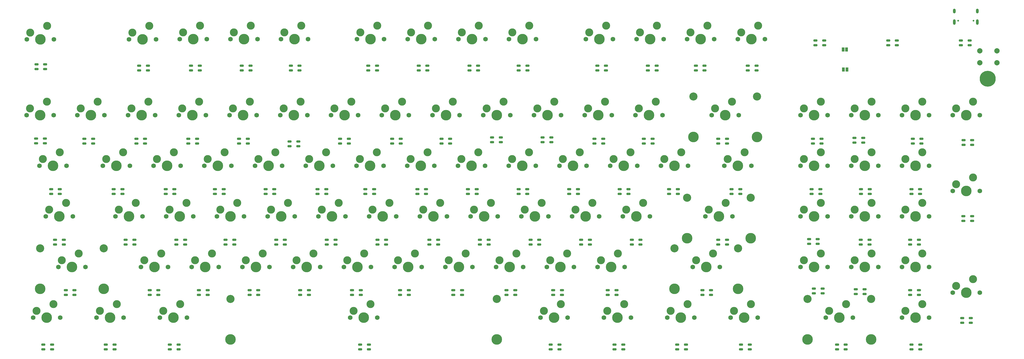
<source format=gbr>
G04 #@! TF.GenerationSoftware,KiCad,Pcbnew,8.0.6*
G04 #@! TF.CreationDate,2024-12-17T20:07:01+11:00*
G04 #@! TF.ProjectId,keyboard,6b657962-6f61-4726-942e-6b696361645f,rev?*
G04 #@! TF.SameCoordinates,Original*
G04 #@! TF.FileFunction,Soldermask,Top*
G04 #@! TF.FilePolarity,Negative*
%FSLAX46Y46*%
G04 Gerber Fmt 4.6, Leading zero omitted, Abs format (unit mm)*
G04 Created by KiCad (PCBNEW 8.0.6) date 2024-12-17 20:07:01*
%MOMM*%
%LPD*%
G01*
G04 APERTURE LIST*
G04 Aperture macros list*
%AMRoundRect*
0 Rectangle with rounded corners*
0 $1 Rounding radius*
0 $2 $3 $4 $5 $6 $7 $8 $9 X,Y pos of 4 corners*
0 Add a 4 corners polygon primitive as box body*
4,1,4,$2,$3,$4,$5,$6,$7,$8,$9,$2,$3,0*
0 Add four circle primitives for the rounded corners*
1,1,$1+$1,$2,$3*
1,1,$1+$1,$4,$5*
1,1,$1+$1,$6,$7*
1,1,$1+$1,$8,$9*
0 Add four rect primitives between the rounded corners*
20,1,$1+$1,$2,$3,$4,$5,0*
20,1,$1+$1,$4,$5,$6,$7,0*
20,1,$1+$1,$6,$7,$8,$9,0*
20,1,$1+$1,$8,$9,$2,$3,0*%
G04 Aperture macros list end*
%ADD10C,6.000000*%
%ADD11C,1.750000*%
%ADD12C,3.000000*%
%ADD13C,3.987800*%
%ADD14RoundRect,0.200000X-0.550000X-0.200000X0.550000X-0.200000X0.550000X0.200000X-0.550000X0.200000X0*%
%ADD15C,3.048000*%
%ADD16R,1.000000X1.500000*%
%ADD17C,2.000000*%
%ADD18C,0.650000*%
%ADD19O,1.000000X1.800000*%
%ADD20O,1.000000X2.100000*%
G04 APERTURE END LIST*
D10*
X388000000Y-47000000D03*
D11*
X141495000Y-60725000D03*
D12*
X142765000Y-58185000D03*
D13*
X146575000Y-60725000D03*
D12*
X149115000Y-55645000D03*
D11*
X151655000Y-60725000D03*
D14*
X97860000Y-88610000D03*
X97860000Y-90390000D03*
X101140000Y-90390000D03*
X101140000Y-88610000D03*
D11*
X160545000Y-60725000D03*
D12*
X161815000Y-58185000D03*
D13*
X165625000Y-60725000D03*
D12*
X168165000Y-55645000D03*
D11*
X170705000Y-60725000D03*
X84345000Y-60725000D03*
D12*
X85615000Y-58185000D03*
D13*
X89425000Y-60725000D03*
D12*
X91965000Y-55645000D03*
D11*
X94505000Y-60725000D03*
X275181706Y-32124520D03*
D12*
X276451706Y-29584520D03*
D13*
X280261706Y-32124520D03*
D12*
X282801706Y-27044520D03*
D11*
X285341706Y-32124520D03*
X317707500Y-79775000D03*
D12*
X318977500Y-77235000D03*
D13*
X322787500Y-79775000D03*
D12*
X325327500Y-74695000D03*
D11*
X327867500Y-79775000D03*
D14*
X41860000Y-126610000D03*
X41860000Y-128390000D03*
X45140000Y-128390000D03*
X45140000Y-126610000D03*
X164360000Y-69610000D03*
X164360000Y-71390000D03*
X167640000Y-71390000D03*
X167640000Y-69610000D03*
D11*
X27195000Y-60725000D03*
D12*
X28465000Y-58185000D03*
D13*
X32275000Y-60725000D03*
D12*
X34815000Y-55645000D03*
D11*
X37355000Y-60725000D03*
D14*
X340410000Y-88610000D03*
X340410000Y-90390000D03*
X343690000Y-90390000D03*
X343690000Y-88610000D03*
D11*
X241507500Y-117875000D03*
D12*
X242777500Y-115335000D03*
D13*
X246587500Y-117875000D03*
D12*
X249127500Y-112795000D03*
D11*
X251667500Y-117875000D03*
D14*
X125910000Y-70610000D03*
X125910000Y-72390000D03*
X129190000Y-72390000D03*
X129190000Y-70610000D03*
X223910000Y-147110000D03*
X223910000Y-148890000D03*
X227190000Y-148890000D03*
X227190000Y-147110000D03*
X207360000Y-126610000D03*
X207360000Y-128390000D03*
X210640000Y-128390000D03*
X210640000Y-126610000D03*
X101860000Y-107610000D03*
X101860000Y-109390000D03*
X105140000Y-109390000D03*
X105140000Y-107610000D03*
D11*
X174832500Y-98825000D03*
D12*
X176102500Y-96285000D03*
D13*
X179912500Y-98825000D03*
D12*
X182452500Y-93745000D03*
D11*
X184992500Y-98825000D03*
D14*
X197360000Y-107610000D03*
X197360000Y-109390000D03*
X200640000Y-109390000D03*
X200640000Y-107610000D03*
D11*
X336757500Y-79775000D03*
D12*
X338027500Y-77235000D03*
D13*
X341837500Y-79775000D03*
D12*
X344377500Y-74695000D03*
D11*
X346917500Y-79775000D03*
D14*
X280860000Y-126610000D03*
X280860000Y-128390000D03*
X284140000Y-128390000D03*
X284140000Y-126610000D03*
D11*
X336757500Y-117875000D03*
D12*
X338027500Y-115335000D03*
D13*
X341837500Y-117875000D03*
D12*
X344377500Y-112795000D03*
D11*
X346917500Y-117875000D03*
D14*
X291860000Y-88610000D03*
X291860000Y-90390000D03*
X295140000Y-90390000D03*
X295140000Y-88610000D03*
D11*
X222457500Y-117875000D03*
D12*
X223727500Y-115335000D03*
D13*
X227537500Y-117875000D03*
D12*
X230077500Y-112795000D03*
D11*
X232617500Y-117875000D03*
X112920000Y-79775000D03*
D12*
X114190000Y-77235000D03*
D13*
X118000000Y-79775000D03*
D12*
X120540000Y-74695000D03*
D11*
X123080000Y-79775000D03*
X65295000Y-60725000D03*
D12*
X66565000Y-58185000D03*
D13*
X70375000Y-60725000D03*
D12*
X72915000Y-55645000D03*
D11*
X75455000Y-60725000D03*
X27250000Y-32205000D03*
D12*
X28520000Y-29665000D03*
D13*
X32330000Y-32205000D03*
D12*
X34870000Y-27125000D03*
D11*
X37410000Y-32205000D03*
D14*
X56910000Y-147110000D03*
X56910000Y-148890000D03*
X60190000Y-148890000D03*
X60190000Y-147110000D03*
D11*
X170070000Y-79775000D03*
D12*
X171340000Y-77235000D03*
D13*
X175150000Y-79775000D03*
D12*
X177690000Y-74695000D03*
D11*
X180230000Y-79775000D03*
D14*
X321860000Y-88610000D03*
X321860000Y-90390000D03*
X325140000Y-90390000D03*
X325140000Y-88610000D03*
D11*
X355807500Y-117875000D03*
D12*
X357077500Y-115335000D03*
D13*
X360887500Y-117875000D03*
D12*
X363427500Y-112795000D03*
D11*
X365967500Y-117875000D03*
X243888750Y-136925000D03*
D12*
X245158750Y-134385000D03*
D13*
X248968750Y-136925000D03*
D12*
X251508750Y-131845000D03*
D11*
X254048750Y-136925000D03*
X237170000Y-32125000D03*
D12*
X238440000Y-29585000D03*
D13*
X242250000Y-32125000D03*
D12*
X244790000Y-27045000D03*
D11*
X247330000Y-32125000D03*
X291513750Y-136925000D03*
D12*
X292783750Y-134385000D03*
D13*
X296593750Y-136925000D03*
D12*
X299133750Y-131845000D03*
D11*
X301673750Y-136925000D03*
X29576250Y-136925000D03*
D12*
X30846250Y-134385000D03*
D13*
X34656250Y-136925000D03*
D12*
X37196250Y-131845000D03*
D11*
X39736250Y-136925000D03*
X217695000Y-60725000D03*
D12*
X218965000Y-58185000D03*
D13*
X222775000Y-60725000D03*
D12*
X225315000Y-55645000D03*
D11*
X227855000Y-60725000D03*
D14*
X201910000Y-69110000D03*
X201910000Y-70890000D03*
X205190000Y-70890000D03*
X205190000Y-69110000D03*
D11*
X336757500Y-98825000D03*
D12*
X338027500Y-96285000D03*
D13*
X341837500Y-98825000D03*
D12*
X344377500Y-93745000D03*
D11*
X346917500Y-98825000D03*
D14*
X220910000Y-69110000D03*
X220910000Y-70890000D03*
X224190000Y-70890000D03*
X224190000Y-69110000D03*
X30720000Y-69500000D03*
X30720000Y-71280000D03*
X34000000Y-71280000D03*
X34000000Y-69500000D03*
X358860000Y-126610000D03*
X358860000Y-128390000D03*
X362140000Y-128390000D03*
X362140000Y-126610000D03*
D11*
X89107500Y-117875000D03*
D12*
X90377500Y-115335000D03*
D13*
X94187500Y-117875000D03*
D12*
X96727500Y-112795000D03*
D11*
X99267500Y-117875000D03*
X117682500Y-98825000D03*
D12*
X118952500Y-96285000D03*
D13*
X122762500Y-98825000D03*
D12*
X125302500Y-93745000D03*
D11*
X127842500Y-98825000D03*
X184357500Y-117875000D03*
D12*
X185627500Y-115335000D03*
D13*
X189437500Y-117875000D03*
D12*
X191977500Y-112795000D03*
D11*
X194517500Y-117875000D03*
X355807500Y-79775000D03*
D12*
X357077500Y-77235000D03*
D13*
X360887500Y-79775000D03*
D12*
X363427500Y-74695000D03*
D11*
X365967500Y-79775000D03*
D14*
X144860000Y-69610000D03*
X144860000Y-71390000D03*
X148140000Y-71390000D03*
X148140000Y-69610000D03*
D11*
X251032500Y-98825000D03*
D12*
X252302500Y-96285000D03*
D13*
X256112500Y-98825000D03*
D12*
X258652500Y-93745000D03*
D11*
X261192500Y-98825000D03*
D14*
X254360000Y-107610000D03*
X254360000Y-109390000D03*
X257640000Y-109390000D03*
X257640000Y-107610000D03*
X320910000Y-107410000D03*
X320910000Y-109190000D03*
X324190000Y-109190000D03*
X324190000Y-107410000D03*
X36360000Y-88610000D03*
X36360000Y-90390000D03*
X39640000Y-90390000D03*
X39640000Y-88610000D03*
X126360000Y-42110000D03*
X126360000Y-43890000D03*
X129640000Y-43890000D03*
X129640000Y-42110000D03*
D11*
X189266209Y-32133694D03*
D12*
X190536209Y-29593694D03*
D13*
X194346209Y-32133694D03*
D12*
X196886209Y-27053694D03*
D11*
X199426209Y-32133694D03*
D14*
X359360000Y-88610000D03*
X359360000Y-90390000D03*
X362640000Y-90390000D03*
X362640000Y-88610000D03*
D15*
X275130750Y-91840000D03*
D13*
X275130750Y-107080000D03*
D11*
X281988750Y-98825000D03*
D12*
X283258750Y-96285000D03*
D13*
X287068750Y-98825000D03*
D12*
X289608750Y-93745000D03*
D11*
X292148750Y-98825000D03*
D15*
X299006750Y-91840000D03*
D13*
X299006750Y-107080000D03*
D14*
X378410000Y-137110000D03*
X378410000Y-138890000D03*
X381690000Y-138890000D03*
X381690000Y-137110000D03*
X79360000Y-88610000D03*
X79360000Y-90390000D03*
X82640000Y-90390000D03*
X82640000Y-88610000D03*
D11*
X255795000Y-60725000D03*
D12*
X257065000Y-58185000D03*
D13*
X260875000Y-60725000D03*
D12*
X263415000Y-55645000D03*
D11*
X265955000Y-60725000D03*
D14*
X340360000Y-107610000D03*
X340360000Y-109390000D03*
X343640000Y-109390000D03*
X343640000Y-107610000D03*
D11*
X208266209Y-32133694D03*
D12*
X209536209Y-29593694D03*
D13*
X213346209Y-32133694D03*
D12*
X215886209Y-27053694D03*
D11*
X218426209Y-32133694D03*
D14*
X107910000Y-42110000D03*
X107910000Y-43890000D03*
X111190000Y-43890000D03*
X111190000Y-42110000D03*
X268360000Y-88610000D03*
X268360000Y-90390000D03*
X271640000Y-90390000D03*
X271640000Y-88610000D03*
X241410000Y-42110000D03*
X241410000Y-43890000D03*
X244690000Y-43890000D03*
X244690000Y-42110000D03*
X331410000Y-147110000D03*
X331410000Y-148890000D03*
X334690000Y-148890000D03*
X334690000Y-147110000D03*
X182910000Y-69610000D03*
X182910000Y-71390000D03*
X186190000Y-71390000D03*
X186190000Y-69610000D03*
X155410000Y-42110000D03*
X155410000Y-43890000D03*
X158690000Y-43890000D03*
X158690000Y-42110000D03*
X286860000Y-107610000D03*
X286860000Y-109390000D03*
X290140000Y-109390000D03*
X290140000Y-107610000D03*
D11*
X294221706Y-32124520D03*
D12*
X295491706Y-29584520D03*
D13*
X299301706Y-32124520D03*
D12*
X301841706Y-27044520D03*
D11*
X304381706Y-32124520D03*
X74820000Y-79775000D03*
D12*
X76090000Y-77235000D03*
D13*
X79900000Y-79775000D03*
D12*
X82440000Y-74695000D03*
D11*
X84980000Y-79775000D03*
D14*
X350635000Y-32610000D03*
X350635000Y-34390000D03*
X353915000Y-34390000D03*
X353915000Y-32610000D03*
X174360000Y-42110000D03*
X174360000Y-43890000D03*
X177640000Y-43890000D03*
X177640000Y-42110000D03*
X278410000Y-42110000D03*
X278410000Y-43890000D03*
X281690000Y-43890000D03*
X281690000Y-42110000D03*
D15*
X270368250Y-110890000D03*
D13*
X270368250Y-126130000D03*
D11*
X277226250Y-117875000D03*
D12*
X278496250Y-115335000D03*
D13*
X282306250Y-117875000D03*
D12*
X284846250Y-112795000D03*
D11*
X287386250Y-117875000D03*
D15*
X294244250Y-110890000D03*
D13*
X294244250Y-126130000D03*
D14*
X235360000Y-107610000D03*
X235360000Y-109390000D03*
X238640000Y-109390000D03*
X238640000Y-107610000D03*
X129860000Y-126610000D03*
X129860000Y-128390000D03*
X133140000Y-128390000D03*
X133140000Y-126610000D03*
D11*
X203407500Y-117875000D03*
D12*
X204677500Y-115335000D03*
D13*
X208487500Y-117875000D03*
D12*
X211027500Y-112795000D03*
D11*
X213567500Y-117875000D03*
D14*
X271410000Y-147110000D03*
X271410000Y-148890000D03*
X274690000Y-148890000D03*
X274690000Y-147110000D03*
X37860000Y-107610000D03*
X37860000Y-109390000D03*
X41140000Y-109390000D03*
X41140000Y-107610000D03*
X297910000Y-42110000D03*
X297910000Y-43890000D03*
X301190000Y-43890000D03*
X301190000Y-42110000D03*
D11*
X146257500Y-117875000D03*
D12*
X147527500Y-115335000D03*
D13*
X151337500Y-117875000D03*
D12*
X153877500Y-112795000D03*
D11*
X156417500Y-117875000D03*
X236745000Y-60725000D03*
D12*
X238015000Y-58185000D03*
D13*
X241825000Y-60725000D03*
D12*
X244365000Y-55645000D03*
D11*
X246905000Y-60725000D03*
X136732500Y-98825000D03*
D12*
X138002500Y-96285000D03*
D13*
X141812500Y-98825000D03*
D12*
X144352500Y-93745000D03*
D11*
X146892500Y-98825000D03*
D14*
X73360000Y-126610000D03*
X73360000Y-128390000D03*
X76640000Y-128390000D03*
X76640000Y-126610000D03*
X69410000Y-42110000D03*
X69410000Y-43890000D03*
X72690000Y-43890000D03*
X72690000Y-42110000D03*
X245360000Y-126610000D03*
X245360000Y-128390000D03*
X248640000Y-128390000D03*
X248640000Y-126610000D03*
D11*
X355807500Y-60725000D03*
D12*
X357077500Y-58185000D03*
D13*
X360887500Y-60725000D03*
D12*
X363427500Y-55645000D03*
D11*
X365967500Y-60725000D03*
D14*
X59860000Y-88610000D03*
X59860000Y-90390000D03*
X63140000Y-90390000D03*
X63140000Y-88610000D03*
D11*
X256181706Y-32124520D03*
D12*
X257451706Y-29584520D03*
D13*
X261261706Y-32124520D03*
D12*
X263801706Y-27044520D03*
D11*
X266341706Y-32124520D03*
D14*
X187360000Y-126610000D03*
X187360000Y-128390000D03*
X190640000Y-128390000D03*
X190640000Y-126610000D03*
X106910000Y-69610000D03*
X106910000Y-71390000D03*
X110190000Y-71390000D03*
X110190000Y-69610000D03*
X247910000Y-147110000D03*
X247910000Y-148890000D03*
X251190000Y-148890000D03*
X251190000Y-147110000D03*
D11*
X55770000Y-79775000D03*
D12*
X57040000Y-77235000D03*
D13*
X60850000Y-79775000D03*
D12*
X63390000Y-74695000D03*
D11*
X65930000Y-79775000D03*
X93870000Y-79775000D03*
D12*
X95140000Y-77235000D03*
D13*
X98950000Y-79775000D03*
D12*
X101490000Y-74695000D03*
D11*
X104030000Y-79775000D03*
D14*
X68360000Y-69610000D03*
X68360000Y-71390000D03*
X71640000Y-71390000D03*
X71640000Y-69610000D03*
X33410000Y-147110000D03*
X33410000Y-148890000D03*
X36690000Y-148890000D03*
X36690000Y-147110000D03*
D11*
X108157500Y-117875000D03*
D12*
X109427500Y-115335000D03*
D13*
X113237500Y-117875000D03*
D12*
X115777500Y-112795000D03*
D11*
X118317500Y-117875000D03*
D14*
X249860000Y-88610000D03*
X249860000Y-90390000D03*
X253140000Y-90390000D03*
X253140000Y-88610000D03*
D11*
X246270000Y-79775000D03*
D12*
X247540000Y-77235000D03*
D13*
X251350000Y-79775000D03*
D12*
X253890000Y-74695000D03*
D11*
X256430000Y-79775000D03*
D14*
X224860000Y-126610000D03*
X224860000Y-128390000D03*
X228140000Y-128390000D03*
X228140000Y-126610000D03*
D11*
X46245000Y-60725000D03*
D12*
X47515000Y-58185000D03*
D13*
X51325000Y-60725000D03*
D12*
X53865000Y-55645000D03*
D11*
X56405000Y-60725000D03*
D14*
X91860000Y-126610000D03*
X91860000Y-128390000D03*
X95140000Y-128390000D03*
X95140000Y-126610000D03*
D15*
X103718850Y-129940000D03*
D13*
X103718850Y-145180000D03*
D11*
X148638750Y-136925000D03*
D12*
X149908750Y-134385000D03*
D13*
X153718750Y-136925000D03*
D12*
X156258750Y-131845000D03*
D11*
X158798750Y-136925000D03*
D15*
X203718650Y-129940000D03*
D13*
X203718650Y-145180000D03*
D14*
X358860000Y-107610000D03*
X358860000Y-109390000D03*
X362140000Y-109390000D03*
X362140000Y-107610000D03*
D11*
X189120000Y-79775000D03*
D12*
X190390000Y-77235000D03*
D13*
X194200000Y-79775000D03*
D12*
X196740000Y-74695000D03*
D11*
X199280000Y-79775000D03*
D15*
X320374500Y-129940000D03*
D13*
X320374500Y-145180000D03*
D11*
X327232500Y-136925000D03*
D12*
X328502500Y-134385000D03*
D13*
X332312500Y-136925000D03*
D12*
X334852500Y-131845000D03*
D11*
X337392500Y-136925000D03*
D15*
X344250500Y-129940000D03*
D13*
X344250500Y-145180000D03*
D14*
X295410000Y-147110000D03*
X295410000Y-148890000D03*
X298690000Y-148890000D03*
X298690000Y-147110000D03*
X323360000Y-32610000D03*
X323360000Y-34390000D03*
X326640000Y-34390000D03*
X326640000Y-32610000D03*
D11*
X231982500Y-98825000D03*
D12*
X233252500Y-96285000D03*
D13*
X237062500Y-98825000D03*
D12*
X239602500Y-93745000D03*
D11*
X242142500Y-98825000D03*
D14*
X116860000Y-88610000D03*
X116860000Y-90390000D03*
X120140000Y-90390000D03*
X120140000Y-88610000D03*
X377910000Y-32610000D03*
X377910000Y-34390000D03*
X381190000Y-34390000D03*
X381190000Y-32610000D03*
D11*
X317707500Y-98825000D03*
D12*
X318977500Y-96285000D03*
D13*
X322787500Y-98825000D03*
D12*
X325327500Y-93745000D03*
D11*
X327867500Y-98825000D03*
D14*
X30860000Y-41610000D03*
X30860000Y-43390000D03*
X34140000Y-43390000D03*
X34140000Y-41610000D03*
X110860000Y-126610000D03*
X110860000Y-128390000D03*
X114140000Y-128390000D03*
X114140000Y-126610000D03*
D16*
X333700000Y-36000000D03*
X335000000Y-36000000D03*
D14*
X378910000Y-70110000D03*
X378910000Y-71890000D03*
X382190000Y-71890000D03*
X382190000Y-70110000D03*
D11*
X34338750Y-98825000D03*
D12*
X35608750Y-96285000D03*
D13*
X39418750Y-98825000D03*
D12*
X41958750Y-93745000D03*
D11*
X44498750Y-98825000D03*
X122445000Y-60725000D03*
D12*
X123715000Y-58185000D03*
D13*
X127525000Y-60725000D03*
D12*
X130065000Y-55645000D03*
D11*
X132605000Y-60725000D03*
X103395000Y-60725000D03*
D12*
X104665000Y-58185000D03*
D13*
X108475000Y-60725000D03*
D12*
X111015000Y-55645000D03*
D11*
X113555000Y-60725000D03*
X65599475Y-32177388D03*
D12*
X66869475Y-29637388D03*
D13*
X70679475Y-32177388D03*
D12*
X73219475Y-27097388D03*
D11*
X75759475Y-32177388D03*
D14*
X378860000Y-98760000D03*
X378860000Y-100540000D03*
X382140000Y-100540000D03*
X382140000Y-98760000D03*
X211910000Y-42110000D03*
X211910000Y-43890000D03*
X215190000Y-43890000D03*
X215190000Y-42110000D03*
D11*
X267701250Y-136925000D03*
D12*
X268971250Y-134385000D03*
D13*
X272781250Y-136925000D03*
D12*
X275321250Y-131845000D03*
D11*
X277861250Y-136925000D03*
D16*
X335150000Y-43500000D03*
X333850000Y-43500000D03*
D14*
X48860000Y-69610000D03*
X48860000Y-71390000D03*
X52140000Y-71390000D03*
X52140000Y-69610000D03*
D11*
X220076250Y-136925000D03*
D12*
X221346250Y-134385000D03*
D13*
X225156250Y-136925000D03*
D12*
X227696250Y-131845000D03*
D11*
X230236250Y-136925000D03*
D14*
X322360000Y-69610000D03*
X322360000Y-71390000D03*
X325640000Y-71390000D03*
X325640000Y-69610000D03*
D11*
X77201250Y-136925000D03*
D12*
X78471250Y-134385000D03*
D13*
X82281250Y-136925000D03*
D12*
X84821250Y-131845000D03*
D11*
X87361250Y-136925000D03*
X317707500Y-117875000D03*
D12*
X318977500Y-115335000D03*
D13*
X322787500Y-117875000D03*
D12*
X325327500Y-112795000D03*
D11*
X327867500Y-117875000D03*
X289132500Y-79775000D03*
D12*
X290402500Y-77235000D03*
D13*
X294212500Y-79775000D03*
D12*
X296752500Y-74695000D03*
D11*
X299292500Y-79775000D03*
X374857500Y-60725000D03*
D12*
X376127500Y-58185000D03*
D13*
X379937500Y-60725000D03*
D12*
X382477500Y-55645000D03*
D11*
X385017500Y-60725000D03*
D14*
X149360000Y-126610000D03*
X149360000Y-128390000D03*
X152640000Y-128390000D03*
X152640000Y-126610000D03*
X173860000Y-88610000D03*
X173860000Y-90390000D03*
X177140000Y-90390000D03*
X177140000Y-88610000D03*
X260410000Y-42110000D03*
X260410000Y-43890000D03*
X263690000Y-43890000D03*
X263690000Y-42110000D03*
X230860000Y-88610000D03*
X230860000Y-90390000D03*
X234140000Y-90390000D03*
X234140000Y-88610000D03*
D11*
X70057500Y-117875000D03*
D12*
X71327500Y-115335000D03*
D13*
X75137500Y-117875000D03*
D12*
X77677500Y-112795000D03*
D11*
X80217500Y-117875000D03*
X355807500Y-98825000D03*
D12*
X357077500Y-96285000D03*
D13*
X360887500Y-98825000D03*
D12*
X363427500Y-93745000D03*
D11*
X365967500Y-98825000D03*
D14*
X152360000Y-147110000D03*
X152360000Y-148890000D03*
X155640000Y-148890000D03*
X155640000Y-147110000D03*
X136360000Y-88610000D03*
X136360000Y-90390000D03*
X139640000Y-90390000D03*
X139640000Y-88610000D03*
X258910000Y-69610000D03*
X258910000Y-71390000D03*
X262190000Y-71390000D03*
X262190000Y-69610000D03*
D11*
X212932500Y-98825000D03*
D12*
X214202500Y-96285000D03*
D13*
X218012500Y-98825000D03*
D12*
X220552500Y-93745000D03*
D11*
X223092500Y-98825000D03*
X179595000Y-60725000D03*
D12*
X180865000Y-58185000D03*
D13*
X184675000Y-60725000D03*
D12*
X187215000Y-55645000D03*
D11*
X189755000Y-60725000D03*
X265320000Y-79775000D03*
D12*
X266590000Y-77235000D03*
D13*
X270400000Y-79775000D03*
D12*
X272940000Y-74695000D03*
D11*
X275480000Y-79775000D03*
D14*
X211860000Y-88610000D03*
X211860000Y-90390000D03*
X215140000Y-90390000D03*
X215140000Y-88610000D03*
X178360000Y-107610000D03*
X178360000Y-109390000D03*
X181640000Y-109390000D03*
X181640000Y-107610000D03*
X87860000Y-69610000D03*
X87860000Y-71390000D03*
X91140000Y-71390000D03*
X91140000Y-69610000D03*
X338500000Y-126260000D03*
X338500000Y-128040000D03*
X341780000Y-128040000D03*
X341780000Y-126260000D03*
X359410000Y-147110000D03*
X359410000Y-148890000D03*
X362690000Y-148890000D03*
X362690000Y-147110000D03*
D11*
X374864143Y-89283423D03*
D12*
X376134143Y-86743423D03*
D13*
X379944143Y-89283423D03*
D12*
X382484143Y-84203423D03*
D11*
X385024143Y-89283423D03*
X165307500Y-117875000D03*
D12*
X166577500Y-115335000D03*
D13*
X170387500Y-117875000D03*
D12*
X172927500Y-112795000D03*
D11*
X175467500Y-117875000D03*
D14*
X359860000Y-69610000D03*
X359860000Y-71390000D03*
X363140000Y-71390000D03*
X363140000Y-69610000D03*
D11*
X208170000Y-79775000D03*
D12*
X209440000Y-77235000D03*
D13*
X213250000Y-79775000D03*
D12*
X215790000Y-74695000D03*
D11*
X218330000Y-79775000D03*
X98632500Y-98825000D03*
D12*
X99902500Y-96285000D03*
D13*
X103712500Y-98825000D03*
D12*
X106252500Y-93745000D03*
D11*
X108792500Y-98825000D03*
D14*
X88860000Y-42110000D03*
X88860000Y-43890000D03*
X92140000Y-43890000D03*
X92140000Y-42110000D03*
D11*
X374920000Y-127500000D03*
D12*
X376190000Y-124960000D03*
D13*
X380000000Y-127500000D03*
D12*
X382540000Y-122420000D03*
D11*
X385080000Y-127500000D03*
X151170000Y-32125000D03*
D12*
X152440000Y-29585000D03*
D13*
X156250000Y-32125000D03*
D12*
X158790000Y-27045000D03*
D11*
X161330000Y-32125000D03*
D14*
X337972500Y-69272500D03*
X337972500Y-71052500D03*
X341252500Y-71052500D03*
X341252500Y-69272500D03*
D11*
X84637347Y-32136106D03*
D12*
X85907347Y-29596106D03*
D13*
X89717347Y-32136106D03*
D12*
X92257347Y-27056106D03*
D11*
X94797347Y-32136106D03*
X53388750Y-136925000D03*
D12*
X54658750Y-134385000D03*
D13*
X58468750Y-136925000D03*
D12*
X61008750Y-131845000D03*
D11*
X63548750Y-136925000D03*
X317707500Y-60725000D03*
D12*
X318977500Y-58185000D03*
D13*
X322787500Y-60725000D03*
D12*
X325327500Y-55645000D03*
D11*
X327867500Y-60725000D03*
X355807500Y-136925000D03*
D12*
X357077500Y-134385000D03*
D13*
X360887500Y-136925000D03*
D12*
X363427500Y-131845000D03*
D11*
X365967500Y-136925000D03*
X79582500Y-98825000D03*
D12*
X80852500Y-96285000D03*
D13*
X84662500Y-98825000D03*
D12*
X87202500Y-93745000D03*
D11*
X89742500Y-98825000D03*
X198645000Y-60725000D03*
D12*
X199915000Y-58185000D03*
D13*
X203725000Y-60725000D03*
D12*
X206265000Y-55645000D03*
D11*
X208805000Y-60725000D03*
D14*
X158860000Y-107610000D03*
X158860000Y-109390000D03*
X162140000Y-109390000D03*
X162140000Y-107610000D03*
X240360000Y-69610000D03*
X240360000Y-71390000D03*
X243640000Y-71390000D03*
X243640000Y-69610000D03*
D15*
X277512000Y-53740000D03*
D13*
X277512000Y-68980000D03*
D11*
X284370000Y-60725000D03*
D12*
X285640000Y-58185000D03*
D13*
X289450000Y-60725000D03*
D12*
X291990000Y-55645000D03*
D11*
X294530000Y-60725000D03*
D15*
X301388000Y-53740000D03*
D13*
X301388000Y-68980000D03*
D14*
X80910000Y-147110000D03*
X80910000Y-148890000D03*
X84190000Y-148890000D03*
X84190000Y-147110000D03*
D11*
X127207500Y-117875000D03*
D12*
X128477500Y-115335000D03*
D13*
X132287500Y-117875000D03*
D12*
X134827500Y-112795000D03*
D11*
X137367500Y-117875000D03*
X336757500Y-60725000D03*
D12*
X338027500Y-58185000D03*
D13*
X341837500Y-60725000D03*
D12*
X344377500Y-55645000D03*
D11*
X346917500Y-60725000D03*
X122670000Y-32125000D03*
D12*
X123940000Y-29585000D03*
D13*
X127750000Y-32125000D03*
D12*
X130290000Y-27045000D03*
D11*
X132830000Y-32125000D03*
D14*
X192860000Y-88610000D03*
X192860000Y-90390000D03*
X196140000Y-90390000D03*
X196140000Y-88610000D03*
D11*
X31957500Y-79775000D03*
D12*
X33227500Y-77235000D03*
D13*
X37037500Y-79775000D03*
D12*
X39577500Y-74695000D03*
D11*
X42117500Y-79775000D03*
D14*
X216360000Y-107610000D03*
X216360000Y-109390000D03*
X219640000Y-109390000D03*
X219640000Y-107610000D03*
D11*
X193882500Y-98825000D03*
D12*
X195152500Y-96285000D03*
D13*
X198962500Y-98825000D03*
D12*
X201502500Y-93745000D03*
D11*
X204042500Y-98825000D03*
X60532500Y-98825000D03*
D12*
X61802500Y-96285000D03*
D13*
X65612500Y-98825000D03*
D12*
X68152500Y-93745000D03*
D11*
X70692500Y-98825000D03*
X151020000Y-79775000D03*
D12*
X152290000Y-77235000D03*
D13*
X156100000Y-79775000D03*
D12*
X158640000Y-74695000D03*
D11*
X161180000Y-79775000D03*
D14*
X139860000Y-107610000D03*
X139860000Y-109390000D03*
X143140000Y-109390000D03*
X143140000Y-107610000D03*
X286860000Y-69610000D03*
X286860000Y-71390000D03*
X290140000Y-71390000D03*
X290140000Y-69610000D03*
X193410000Y-42110000D03*
X193410000Y-43890000D03*
X196690000Y-43890000D03*
X196690000Y-42110000D03*
X167360000Y-126610000D03*
X167360000Y-128390000D03*
X170640000Y-128390000D03*
X170640000Y-126610000D03*
X120860000Y-107610000D03*
X120860000Y-109390000D03*
X124140000Y-109390000D03*
X124140000Y-107610000D03*
D11*
X131970000Y-79775000D03*
D12*
X133240000Y-77235000D03*
D13*
X137050000Y-79775000D03*
D12*
X139590000Y-74695000D03*
D11*
X142130000Y-79775000D03*
D14*
X64360000Y-107610000D03*
X64360000Y-109390000D03*
X67640000Y-109390000D03*
X67640000Y-107610000D03*
D11*
X170202485Y-32118486D03*
D12*
X171472485Y-29578486D03*
D13*
X175282485Y-32118486D03*
D12*
X177822485Y-27038486D03*
D11*
X180362485Y-32118486D03*
D15*
X32243250Y-110890000D03*
D13*
X32243250Y-126130000D03*
D11*
X39101250Y-117875000D03*
D12*
X40371250Y-115335000D03*
D13*
X44181250Y-117875000D03*
D12*
X46721250Y-112795000D03*
D11*
X49261250Y-117875000D03*
D15*
X56119250Y-110890000D03*
D13*
X56119250Y-126130000D03*
D11*
X227220000Y-79775000D03*
D12*
X228490000Y-77235000D03*
D13*
X232300000Y-79775000D03*
D12*
X234840000Y-74695000D03*
D11*
X237380000Y-79775000D03*
D14*
X83360000Y-107610000D03*
X83360000Y-109390000D03*
X86640000Y-109390000D03*
X86640000Y-107610000D03*
D11*
X155782500Y-98825000D03*
D12*
X157052500Y-96285000D03*
D13*
X160862500Y-98825000D03*
D12*
X163402500Y-93745000D03*
D11*
X165942500Y-98825000D03*
D14*
X154360000Y-88610000D03*
X154360000Y-90390000D03*
X157640000Y-90390000D03*
X157640000Y-88610000D03*
X322720000Y-126000000D03*
X322720000Y-127780000D03*
X326000000Y-127780000D03*
X326000000Y-126000000D03*
D11*
X103670000Y-32125000D03*
D12*
X104940000Y-29585000D03*
D13*
X108750000Y-32125000D03*
D12*
X111290000Y-27045000D03*
D11*
X113830000Y-32125000D03*
D17*
X391500000Y-36500000D03*
X385000000Y-36500000D03*
X391500000Y-41000000D03*
X385000000Y-41000000D03*
D18*
X376930000Y-25180000D03*
X382710000Y-25180000D03*
D19*
X375500000Y-21500000D03*
D20*
X375500000Y-25700000D03*
D19*
X384140000Y-21500000D03*
D20*
X384140000Y-25700000D03*
M02*

</source>
